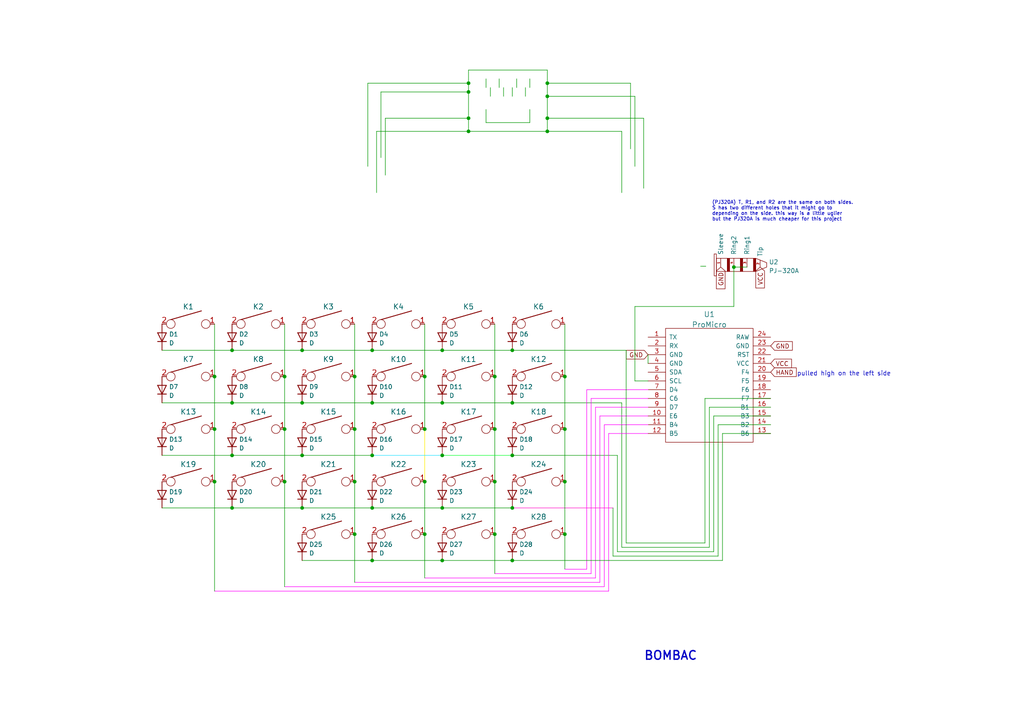
<source format=kicad_sch>
(kicad_sch (version 20211123) (generator eeschema)
  (paper "A4")
  (lib_symbols
    (symbol "Device:D" (pin_numbers hide) (pin_names (offset 1.016) hide)
      (property "Reference" "D" (at 0 2.54 0))
      (property "Value" "D" (at 0 -2.54 0))
      (symbol "D_0_1"
        (polyline (pts (xy -1.27 1.27) (xy -1.27 -1.27)) (stroke (width 0.254)))
        (polyline (pts (xy 1.27 0) (xy -1.27 0)))
        (polyline (pts (xy 1.27 1.27) (xy 1.27 -1.27) (xy -1.27 0) (xy 1.27 1.27)) (stroke (width 0.254)))
      )
      (symbol "D_1_1"
        (pin passive line (at -3.81 0 0) (length 2.54) (name "K") (number "1"))
        (pin passive line (at 3.81 0 180) (length 2.54) (name "A") (number "2"))
      )
    )
    (symbol "PJ-320A_Library:PJ-320A" (pin_names (offset 1.016))
      (property "Reference" "U" (at 0 -1.905 0))
      (property "Value" "PJ-320A" (at 0 0 0))
      (symbol "PJ-320A_0_1"
        (rectangle (start -3.175 1.27) (end 3.175 1.905))
        (rectangle (start -1.905 1.905) (end 1.905 5.08))
        (rectangle (start -1.905 5.08) (end 1.905 5.715) (fill (type outline)))
        (rectangle (start -1.905 5.715) (end 1.905 8.89))
        (rectangle (start -1.905 8.89) (end 1.905 9.525) (fill (type outline)))
        (rectangle (start -1.905 9.525) (end 1.905 12.7))
        (rectangle (start -1.905 12.7) (end 1.905 13.335) (fill (type outline)))
        (polyline (pts (xy -1.905 13.335) (xy -0.635 16.51) (xy 0.635 16.51) (xy 1.905 13.335) (xy -1.905 13.335)))
      )
      (symbol "PJ-320A_1_1"
        (pin bidirectional line (at 0.635 3.175 180) (length 2.54) (name "Sleeve") (number "1"))
        (pin bidirectional line (at 0.635 14.605 180) (length 2.0066) (name "Tip") (number "2"))
        (pin bidirectional line (at 0.635 10.795 180) (length 2.54) (name "Ring1") (number "3"))
        (pin bidirectional line (at 0.635 6.985 180) (length 2.54) (name "Ring2") (number "4"))
      )
    )
    (symbol "keyboard_parts:KEYSW" (pin_names (offset 1.016))
      (property "Reference" "K?" (at -1.27 0 0))
      (symbol "KEYSW_0_1"
        (circle (center -5.08 0) (radius 1.27))
        (polyline (pts (xy -5.08 1.27) (xy 3.81 3.81)) (stroke (width 0.254)))
        (circle (center 5.08 0) (radius 1.27))
      )
      (symbol "KEYSW_1_1"
        (pin passive line (at 7.62 0 180) (length 1.27) (name "~") (number "1"))
        (pin passive line (at -7.62 0 0) (length 1.27) (name "~") (number "2"))
      )
    )
    (symbol "promicro:ProMicro" (pin_names (offset 1.016))
      (property "Reference" "U" (at 0 24.13 0))
      (property "Value" "ProMicro" (at 0 -13.97 0))
      (symbol "ProMicro_0_1"
        (rectangle (start -12.7 21.59) (end 12.7 -11.43))
      )
      (symbol "ProMicro_1_1"
        (pin bidirectional line (at -17.78 19.05 0) (length 5.08) (name "TX") (number "1"))
        (pin bidirectional line (at -17.78 -3.81 0) (length 5.08) (name "E6") (number "10"))
        (pin bidirectional line (at -17.78 -6.35 0) (length 5.08) (name "B4") (number "11"))
        (pin bidirectional line (at -17.78 -8.89 0) (length 5.08) (name "B5") (number "12"))
        (pin bidirectional line (at 17.78 -8.89 180) (length 5.08) (name "B6") (number "13"))
        (pin bidirectional line (at 17.78 -6.35 180) (length 5.08) (name "B2") (number "14"))
        (pin bidirectional line (at 17.78 -3.81 180) (length 5.08) (name "B3") (number "15"))
        (pin bidirectional line (at 17.78 -1.27 180) (length 5.08) (name "B1") (number "16"))
        (pin bidirectional line (at 17.78 1.27 180) (length 5.08) (name "F7") (number "17"))
        (pin bidirectional line (at 17.78 3.81 180) (length 5.08) (name "F6") (number "18"))
        (pin bidirectional line (at 17.78 6.35 180) (length 5.08) (name "F5") (number "19"))
        (pin bidirectional line (at -17.78 16.51 0) (length 5.08) (name "RX") (number "2"))
        (pin bidirectional line (at 17.78 8.89 180) (length 5.08) (name "F4") (number "20"))
        (pin power_in line (at 17.78 11.43 180) (length 5.08) (name "VCC") (number "21"))
        (pin input line (at 17.78 13.97 180) (length 5.08) (name "RST") (number "22"))
        (pin power_in line (at 17.78 16.51 180) (length 5.08) (name "GND") (number "23"))
        (pin power_out line (at 17.78 19.05 180) (length 5.08) (name "RAW") (number "24"))
        (pin power_in line (at -17.78 13.97 0) (length 5.08) (name "GND") (number "3"))
        (pin power_in line (at -17.78 11.43 0) (length 5.08) (name "GND") (number "4"))
        (pin bidirectional line (at -17.78 8.89 0) (length 5.08) (name "SDA") (number "5"))
        (pin bidirectional line (at -17.78 6.35 0) (length 5.08) (name "SCL") (number "6"))
        (pin bidirectional line (at -17.78 3.81 0) (length 5.08) (name "D4") (number "7"))
        (pin bidirectional line (at -17.78 1.27 0) (length 5.08) (name "C6") (number "8"))
        (pin bidirectional line (at -17.78 -1.27 0) (length 5.08) (name "D7") (number "9"))
      )
    )
  )
  (junction (at 82.55 109.22))
  (junction (at 163.83 124.46))
  (junction (at 163.83 139.7))
  (junction (at 82.55 124.46))
  (junction (at 62.23 109.22))
  (junction (at 102.87 109.22))
  (junction (at 123.19 154.94))
  (junction (at 158.75 34.29))
  (junction (at 107.95 101.6))
  (junction (at 148.59 162.56))
  (junction (at 107.95 132.08))
  (junction (at 128.27 101.6))
  (junction (at 87.63 101.6))
  (junction (at 67.31 101.6))
  (junction (at 82.55 139.7))
  (junction (at 143.51 139.7))
  (junction (at 102.87 154.94))
  (junction (at 123.19 139.7))
  (junction (at 143.51 154.94))
  (junction (at 158.75 38.1))
  (junction (at 128.27 116.84))
  (junction (at 62.23 124.46))
  (junction (at 128.27 162.56))
  (junction (at 163.83 154.94))
  (junction (at 158.75 27.94))
  (junction (at 128.27 147.32))
  (junction (at 143.51 124.46))
  (junction (at 67.31 147.32))
  (junction (at 158.75 24.13))
  (junction (at 123.19 124.46))
  (junction (at 163.83 109.22))
  (junction (at 143.51 109.22))
  (junction (at 67.31 116.84))
  (junction (at 87.63 147.32))
  (junction (at 212.852 77.47))
  (junction (at 107.95 147.32))
  (junction (at 128.27 132.08))
  (junction (at 148.59 147.32))
  (junction (at 148.59 101.6))
  (junction (at 107.95 116.84))
  (junction (at 87.63 132.08))
  (junction (at 107.95 162.56))
  (junction (at 67.31 132.08))
  (junction (at 62.23 139.7))
  (junction (at 135.89 34.29))
  (junction (at 102.87 139.7))
  (junction (at 123.19 109.22))
  (junction (at 87.63 116.84))
  (junction (at 148.59 116.84))
  (junction (at 135.89 24.13))
  (junction (at 102.87 124.46))
  (junction (at 148.59 132.08))
  (junction (at 135.89 38.1))
  (junction (at 135.89 26.67))
  (wire (pts (xy 107.95 162.56) (xy 128.27 162.56)))
  (wire (pts (xy 135.89 38.1) (xy 109.22 38.1)))
  (wire (pts (xy 181.61 101.6) (xy 181.61 157.48)))
  (wire (pts (xy 163.83 93.98) (xy 163.83 109.22)))
  (wire (pts (xy 173.99 120.65) (xy 187.96 120.65)) (stroke (width 0) (color 255 0 252 1)))
  (wire (pts (xy 135.89 34.29) (xy 135.89 26.67)))
  (wire (pts (xy 179.07 160.02) (xy 207.01 160.02)))
  (wire (pts (xy 67.31 132.08) (xy 87.63 132.08)))
  (wire (pts (xy 107.95 116.84) (xy 128.27 116.84)))
  (wire (pts (xy 181.61 157.48) (xy 204.47 157.48)))
  (wire (pts (xy 172.72 118.11) (xy 172.72 167.64)) (stroke (width 0) (color 255 0 252 1)))
  (wire (pts (xy 158.75 34.29) (xy 186.69 34.29)))
  (wire (pts (xy 158.75 24.13) (xy 158.75 27.94)))
  (wire (pts (xy 177.8 147.32) (xy 177.8 161.29)))
  (wire (pts (xy 135.89 24.13) (xy 135.89 20.32)))
  (wire (pts (xy 146.05 25.4) (xy 146.05 27.94)))
  (wire (pts (xy 180.34 38.1) (xy 180.34 55.88)))
  (wire (pts (xy 187.96 110.49) (xy 184.15 110.49)))
  (wire (pts (xy 170.18 113.03) (xy 187.96 113.03)) (stroke (width 0) (color 255 0 252 1)))
  (wire (pts (xy 62.23 109.22) (xy 62.23 124.46)))
  (wire (pts (xy 153.67 22.86) (xy 153.67 25.4)))
  (wire (pts (xy 82.55 170.18) (xy 175.26 170.18)) (stroke (width 0) (color 255 0 252 1)))
  (wire (pts (xy 184.15 27.94) (xy 184.15 48.26)))
  (wire (pts (xy 148.59 132.08) (xy 179.07 132.08)))
  (wire (pts (xy 158.75 24.13) (xy 182.88 24.13)))
  (wire (pts (xy 142.24 25.4) (xy 142.24 27.94)))
  (wire (pts (xy 87.63 101.6) (xy 107.95 101.6)))
  (wire (pts (xy 123.19 93.98) (xy 123.19 109.22)))
  (wire (pts (xy 109.22 38.1) (xy 109.22 55.88)))
  (wire (pts (xy 148.59 147.32) (xy 177.8 147.32)) (stroke (width 0) (color 255 21 202 1)))
  (wire (pts (xy 209.55 125.73) (xy 209.55 162.56)))
  (wire (pts (xy 46.99 147.32) (xy 67.31 147.32)))
  (wire (pts (xy 153.67 31.75) (xy 153.67 35.56)))
  (wire (pts (xy 102.87 109.22) (xy 102.87 124.46)))
  (wire (pts (xy 152.4 25.4) (xy 152.4 27.94)))
  (wire (pts (xy 186.69 34.29) (xy 186.69 54.61)))
  (wire (pts (xy 87.63 147.32) (xy 107.95 147.32)))
  (wire (pts (xy 46.99 101.6) (xy 67.31 101.6)))
  (wire (pts (xy 87.63 162.56) (xy 107.95 162.56)))
  (wire (pts (xy 128.27 116.84) (xy 148.59 116.84)))
  (wire (pts (xy 158.75 34.29) (xy 158.75 38.1)))
  (wire (pts (xy 148.59 162.56) (xy 209.55 162.56)))
  (wire (pts (xy 135.89 24.13) (xy 106.68 24.13)))
  (wire (pts (xy 102.87 168.91) (xy 173.99 168.91)) (stroke (width 0) (color 255 0 252 1)))
  (wire (pts (xy 143.51 124.46) (xy 143.51 139.7)))
  (wire (pts (xy 209.55 125.73) (xy 223.52 125.73)))
  (wire (pts (xy 135.89 26.67) (xy 135.89 24.13)))
  (wire (pts (xy 212.852 88.9) (xy 212.852 77.47)))
  (wire (pts (xy 140.97 22.86) (xy 140.97 25.4)))
  (wire (pts (xy 143.51 93.98) (xy 143.51 109.22)))
  (wire (pts (xy 148.59 116.84) (xy 180.34 116.84)))
  (wire (pts (xy 135.89 34.29) (xy 111.76 34.29)))
  (wire (pts (xy 102.87 154.94) (xy 102.87 168.91)))
  (wire (pts (xy 107.95 147.32) (xy 128.27 147.32)))
  (wire (pts (xy 106.68 24.13) (xy 106.68 48.26)))
  (wire (pts (xy 175.26 123.19) (xy 187.96 123.19)) (stroke (width 0) (color 255 0 252 1)))
  (wire (pts (xy 102.87 139.7) (xy 102.87 154.94)))
  (wire (pts (xy 102.87 124.46) (xy 102.87 139.7)))
  (wire (pts (xy 87.63 116.84) (xy 107.95 116.84)))
  (wire (pts (xy 163.83 124.46) (xy 163.83 139.7)))
  (wire (pts (xy 171.45 115.57) (xy 171.45 166.37)) (stroke (width 0) (color 255 0 252 1)))
  (wire (pts (xy 158.75 27.94) (xy 158.75 34.29)))
  (wire (pts (xy 123.19 154.94) (xy 123.19 167.64)))
  (wire (pts (xy 207.01 160.02) (xy 207.01 120.65)))
  (wire (pts (xy 140.97 31.75) (xy 140.97 35.56)))
  (wire (pts (xy 212.852 77.47) (xy 216.662 77.47)))
  (wire (pts (xy 163.83 109.22) (xy 163.83 124.46)))
  (wire (pts (xy 173.99 120.65) (xy 173.99 168.91)) (stroke (width 0) (color 255 0 252 1)))
  (wire (pts (xy 205.74 158.75) (xy 205.74 118.11)))
  (wire (pts (xy 62.23 139.7) (xy 62.23 171.45)))
  (wire (pts (xy 149.86 22.86) (xy 149.86 25.4)))
  (wire (pts (xy 62.23 93.98) (xy 62.23 109.22)))
  (wire (pts (xy 205.74 118.11) (xy 223.52 118.11)))
  (wire (pts (xy 143.51 139.7) (xy 143.51 154.94)))
  (wire (pts (xy 82.55 109.22) (xy 82.55 124.46)))
  (wire (pts (xy 128.27 147.32) (xy 148.59 147.32)))
  (wire (pts (xy 148.59 101.6) (xy 181.61 101.6)))
  (wire (pts (xy 140.97 35.56) (xy 153.67 35.56)))
  (wire (pts (xy 182.88 24.13) (xy 182.88 43.18)))
  (wire (pts (xy 67.31 101.6) (xy 87.63 101.6)))
  (wire (pts (xy 82.55 139.7) (xy 82.55 170.18)))
  (wire (pts (xy 46.99 132.08) (xy 67.31 132.08)))
  (wire (pts (xy 102.87 93.98) (xy 102.87 109.22)))
  (wire (pts (xy 128.27 132.08) (xy 148.59 132.08)) (stroke (width 0) (color 0 255 39 1)))
  (wire (pts (xy 143.51 166.37) (xy 171.45 166.37)) (stroke (width 0) (color 255 0 252 1)))
  (wire (pts (xy 158.75 38.1) (xy 180.34 38.1)))
  (wire (pts (xy 207.01 120.65) (xy 223.52 120.65)))
  (wire (pts (xy 175.26 123.19) (xy 175.26 170.18)) (stroke (width 0) (color 255 0 252 1)))
  (wire (pts (xy 180.34 158.75) (xy 205.74 158.75)))
  (wire (pts (xy 128.27 101.6) (xy 148.59 101.6)))
  (wire (pts (xy 208.28 123.19) (xy 223.52 123.19)))
  (wire (pts (xy 67.31 116.84) (xy 87.63 116.84)))
  (wire (pts (xy 123.19 109.22) (xy 123.19 124.46)))
  (wire (pts (xy 107.95 101.6) (xy 128.27 101.6)))
  (wire (pts (xy 123.19 124.46) (xy 123.19 139.7)) (stroke (width 0) (color 255 237 0 1)))
  (wire (pts (xy 208.28 161.29) (xy 208.28 123.19)))
  (wire (pts (xy 163.83 139.7) (xy 163.83 154.94)))
  (wire (pts (xy 67.31 147.32) (xy 87.63 147.32)))
  (wire (pts (xy 82.55 93.98) (xy 82.55 109.22)))
  (wire (pts (xy 171.45 115.57) (xy 187.96 115.57)) (stroke (width 0) (color 255 0 252 1)))
  (wire (pts (xy 107.95 132.08) (xy 128.27 132.08)) (stroke (width 0) (color 28 224 255 1)))
  (wire (pts (xy 123.19 139.7) (xy 123.19 154.94)))
  (wire (pts (xy 135.89 38.1) (xy 135.89 34.29)))
  (wire (pts (xy 135.89 20.32) (xy 158.75 20.32)))
  (wire (pts (xy 170.18 113.03) (xy 170.18 165.1)) (stroke (width 0) (color 255 0 252 1)))
  (wire (pts (xy 163.83 154.94) (xy 163.83 165.1)))
  (wire (pts (xy 176.53 125.73) (xy 176.53 171.45)) (stroke (width 0) (color 255 0 252 1)))
  (wire (pts (xy 204.47 115.57) (xy 223.52 115.57)))
  (wire (pts (xy 62.23 171.45) (xy 176.53 171.45)) (stroke (width 0) (color 255 0 252 1)))
  (wire (pts (xy 46.99 116.84) (xy 67.31 116.84)))
  (wire (pts (xy 158.75 27.94) (xy 184.15 27.94)))
  (wire (pts (xy 176.53 125.73) (xy 187.96 125.73)) (stroke (width 0) (color 255 0 252 1)))
  (wire (pts (xy 110.49 26.67) (xy 110.49 45.72)))
  (wire (pts (xy 180.34 116.84) (xy 180.34 158.75)))
  (wire (pts (xy 187.96 102.87) (xy 187.96 105.41)))
  (wire (pts (xy 158.75 20.32) (xy 158.75 24.13)))
  (wire (pts (xy 177.8 161.29) (xy 208.28 161.29)))
  (wire (pts (xy 203.2 77.216) (xy 204.724 77.216)))
  (wire (pts (xy 82.55 124.46) (xy 82.55 139.7)))
  (wire (pts (xy 184.15 88.9) (xy 212.852 88.9)))
  (wire (pts (xy 179.07 132.08) (xy 179.07 160.02)))
  (wire (pts (xy 148.59 25.4) (xy 148.59 27.94)))
  (wire (pts (xy 143.51 109.22) (xy 143.51 124.46)))
  (wire (pts (xy 62.23 124.46) (xy 62.23 139.7)))
  (wire (pts (xy 172.72 118.11) (xy 187.96 118.11)) (stroke (width 0) (color 255 0 252 1)))
  (wire (pts (xy 135.89 26.67) (xy 110.49 26.67)))
  (wire (pts (xy 128.27 162.56) (xy 148.59 162.56)))
  (wire (pts (xy 143.51 154.94) (xy 143.51 166.37)))
  (wire (pts (xy 204.47 157.48) (xy 204.47 115.57)))
  (wire (pts (xy 111.76 34.29) (xy 111.76 50.8)))
  (wire (pts (xy 87.63 132.08) (xy 107.95 132.08)))
  (wire (pts (xy 123.19 167.64) (xy 172.72 167.64)) (stroke (width 0) (color 255 0 252 1)))
  (wire (pts (xy 163.83 165.1) (xy 170.18 165.1)) (stroke (width 0) (color 255 0 252 1)))
  (wire (pts (xy 158.75 38.1) (xy 135.89 38.1)))
  (wire (pts (xy 184.15 110.49) (xy 184.15 88.9)))
  (wire (pts (xy 144.78 22.86) (xy 144.78 25.4)))
  (text "pulled high on the left side" (at 231.14 109.22 0) (effects (font (size 1.27 1.27)) (justify left bottom)))
  (text "(PJ320A) T, R1, and R2 are the same on both sides.\nS has two different holes that it might go to\ndepending on the side. this way is a little uglier\nbut the PJ320A is much cheaper for this project" (at 206.502 64.262 0) (effects (font (size 1 1)) (justify left bottom)))
  (text "BOMBAC" (at 186.69 191.77 0) (effects (font (size 2.5 2.5) (thickness 0.4) bold) (justify left bottom)))
  (global_label "GND" (shape input) (at 187.96 102.87 180) (property "Intersheet References" "${INTERSHEET_REFS}" (effects hide)))
  (global_label "GND" (shape input) (at 223.52 100.33 0) (property "Intersheet References" "${INTERSHEET_REFS}" (effects hide)))
  (global_label "VCC" (shape input) (at 223.52 105.41 0) (property "Intersheet References" "${INTERSHEET_REFS}" (effects hide)))
  (global_label "HAND" (shape input) (at 223.52 107.95 0) (property "Intersheet References" "${INTERSHEET_REFS}" (effects hide)))
  (global_label "GND" (shape input) (at 209.042 77.47 270) (property "Intersheet References" "${INTERSHEET_REFS}" (effects hide)))
  (global_label "VCC" (shape input) (at 220.472 77.47 270) (property "Intersheet References" "${INTERSHEET_REFS}" (effects hide)))
  (symbol (lib_id "PJ-320A_Library:PJ-320A") (at 205.867 76.835 270) (unit 1)
    (property "Reference" "U2" (at 223.012 76.0003 90) (effects (justify left)))
    (property "Value" "PJ-320A" (at 223.012 78.5372 90) (effects (justify left)))
    (property "Footprint" "PJ-320A_Library:PJ-320A_S" (effects hide))
  )
  (symbol (lib_id "keyboard_parts:KEYSW") (at 54.61 124.46 0) (unit 1)
    (property "Reference" "K13" (at 54.61 119.4323 0) (effects (font (size 1.524 1.524))))
    (property "Value" "KEYSW" (effects hide))
    (property "Footprint" "keebs:Mx_Alps_100_Symmetrical" (effects hide))
  )
  (symbol (lib_id "keyboard_parts:KEYSW") (at 115.57 154.94 0) (unit 1)
    (property "Reference" "K26" (at 115.57 149.9123 0) (effects (font (size 1.524 1.524))))
    (property "Value" "KEYSW" (effects hide))
    (property "Footprint" "keebs:Mx_Alps_100_Symmetrical" (effects hide))
  )
  (symbol (lib_id "keyboard_parts:KEYSW") (at 95.25 154.94 0) (unit 1)
    (property "Reference" "K25" (at 95.25 149.9123 0) (effects (font (size 1.524 1.524))))
    (property "Value" "KEYSW" (effects hide))
    (property "Footprint" "keebs:Mx_Alps_100_Symmetrical" (effects hide))
  )
  (symbol (lib_id "Device:D") (at 128.27 143.51 90) (unit 1)
    (property "Reference" "D23" (at 130.302 142.6753 90) (effects (justify right)))
    (property "Value" "D" (at 130.302 145.2122 90) (effects (justify right)))
    (property "Footprint" "Diode_THT:D_DO-35_SOD27_P7.62mm_Horizontal" (effects hide))
  )
  (symbol (lib_id "Device:D") (at 148.59 128.27 90) (unit 1)
    (property "Reference" "D18" (at 150.622 127.4353 90) (effects (justify right)))
    (property "Value" "D" (at 150.622 129.9722 90) (effects (justify right)))
    (property "Footprint" "Diode_THT:D_DO-35_SOD27_P7.62mm_Horizontal" (effects hide))
  )
  (symbol (lib_id "keyboard_parts:KEYSW") (at 115.57 109.22 0) (unit 1)
    (property "Reference" "K10" (at 115.57 104.1923 0) (effects (font (size 1.524 1.524))))
    (property "Value" "KEYSW" (effects hide))
    (property "Footprint" "keebs:Mx_Alps_100_Symmetrical" (effects hide))
  )
  (symbol (lib_id "Device:D") (at 46.99 143.51 90) (unit 1)
    (property "Reference" "D19" (at 49.022 142.6753 90) (effects (justify right)))
    (property "Value" "D" (at 49.022 145.2122 90) (effects (justify right)))
    (property "Footprint" "Diode_THT:D_DO-35_SOD27_P7.62mm_Horizontal" (effects hide))
  )
  (symbol (lib_id "Device:D") (at 87.63 97.79 90) (unit 1)
    (property "Reference" "D3" (at 89.662 96.9553 90) (effects (justify right)))
    (property "Value" "D" (at 89.662 99.4922 90) (effects (justify right)))
    (property "Footprint" "Diode_THT:D_DO-35_SOD27_P7.62mm_Horizontal" (effects hide))
  )
  (symbol (lib_id "Device:D") (at 87.63 143.51 90) (unit 1)
    (property "Reference" "D21" (at 89.662 142.6753 90) (effects (justify right)))
    (property "Value" "D" (at 89.662 145.2122 90) (effects (justify right)))
    (property "Footprint" "Diode_THT:D_DO-35_SOD27_P7.62mm_Horizontal" (effects hide))
  )
  (symbol (lib_id "keyboard_parts:KEYSW") (at 95.25 93.98 0) (unit 1)
    (property "Reference" "K3" (at 95.25 88.9523 0) (effects (font (size 1.524 1.524))))
    (property "Value" "KEYSW" (effects hide))
    (property "Footprint" "keebs:Mx_Alps_100_Symmetrical" (effects hide))
  )
  (symbol (lib_id "Device:D") (at 148.59 97.79 90) (unit 1)
    (property "Reference" "D6" (at 150.622 96.9553 90) (effects (justify right)))
    (property "Value" "D" (at 150.622 99.4922 90) (effects (justify right)))
    (property "Footprint" "Diode_THT:D_DO-35_SOD27_P7.62mm_Horizontal" (effects hide))
  )
  (symbol (lib_id "Device:D") (at 67.31 97.79 90) (unit 1)
    (property "Reference" "D2" (at 69.342 96.9553 90) (effects (justify right)))
    (property "Value" "D" (at 69.342 99.4922 90) (effects (justify right)))
    (property "Footprint" "Diode_THT:D_DO-35_SOD27_P7.62mm_Horizontal" (effects hide))
  )
  (symbol (lib_id "keyboard_parts:KEYSW") (at 74.93 124.46 0) (unit 1)
    (property "Reference" "K14" (at 74.93 119.4323 0) (effects (font (size 1.524 1.524))))
    (property "Value" "KEYSW" (effects hide))
    (property "Footprint" "keebs:Mx_Alps_100_Symmetrical" (effects hide))
  )
  (symbol (lib_id "keyboard_parts:KEYSW") (at 74.93 139.7 0) (unit 1)
    (property "Reference" "K20" (at 74.93 134.6723 0) (effects (font (size 1.524 1.524))))
    (property "Value" "KEYSW" (effects hide))
    (property "Footprint" "keebs:Mx_Alps_100_Symmetrical" (effects hide))
  )
  (symbol (lib_id "keyboard_parts:KEYSW") (at 74.93 93.98 0) (unit 1)
    (property "Reference" "K2" (at 74.93 88.9523 0) (effects (font (size 1.524 1.524))))
    (property "Value" "KEYSW" (effects hide))
    (property "Footprint" "keebs:Mx_Alps_100_Symmetrical" (effects hide))
  )
  (symbol (lib_id "Device:D") (at 128.27 158.75 90) (unit 1)
    (property "Reference" "D27" (at 130.302 157.9153 90) (effects (justify right)))
    (property "Value" "D" (at 130.302 160.4522 90) (effects (justify right)))
    (property "Footprint" "Diode_THT:D_DO-35_SOD27_P7.62mm_Horizontal" (effects hide))
  )
  (symbol (lib_id "Device:D") (at 46.99 128.27 90) (unit 1)
    (property "Reference" "D13" (at 49.022 127.4353 90) (effects (justify right)))
    (property "Value" "D" (at 49.022 129.9722 90) (effects (justify right)))
    (property "Footprint" "Diode_THT:D_DO-35_SOD27_P7.62mm_Horizontal" (effects hide))
  )
  (symbol (lib_id "keyboard_parts:KEYSW") (at 156.21 93.98 0) (unit 1)
    (property "Reference" "K6" (at 156.21 88.9523 0) (effects (font (size 1.524 1.524))))
    (property "Value" "KEYSW" (effects hide))
    (property "Footprint" "keebs:Mx_Alps_100_Symmetrical" (effects hide))
  )
  (symbol (lib_id "Device:D") (at 46.99 113.03 90) (unit 1)
    (property "Reference" "D7" (at 49.022 112.1953 90) (effects (justify right)))
    (property "Value" "D" (at 49.022 114.7322 90) (effects (justify right)))
    (property "Footprint" "Diode_THT:D_DO-35_SOD27_P7.62mm_Horizontal" (effects hide))
  )
  (symbol (lib_id "Device:D") (at 87.63 113.03 90) (unit 1)
    (property "Reference" "D9" (at 89.662 112.1953 90) (effects (justify right)))
    (property "Value" "D" (at 89.662 114.7322 90) (effects (justify right)))
    (property "Footprint" "Diode_THT:D_DO-35_SOD27_P7.62mm_Horizontal" (effects hide))
  )
  (symbol (lib_id "Device:D") (at 148.59 143.51 90) (unit 1)
    (property "Reference" "D24" (at 150.622 142.6753 90) (effects (justify right)))
    (property "Value" "D" (at 150.622 145.2122 90) (effects (justify right)))
    (property "Footprint" "Diode_THT:D_DO-35_SOD27_P7.62mm_Horizontal" (effects hide))
  )
  (symbol (lib_id "Device:D") (at 107.95 128.27 90) (unit 1)
    (property "Reference" "D16" (at 109.982 127.4353 90) (effects (justify right)))
    (property "Value" "D" (at 109.982 129.9722 90) (effects (justify right)))
    (property "Footprint" "Diode_THT:D_DO-35_SOD27_P7.62mm_Horizontal" (effects hide))
  )
  (symbol (lib_id "keyboard_parts:KEYSW") (at 115.57 124.46 0) (unit 1)
    (property "Reference" "K16" (at 115.57 119.4323 0) (effects (font (size 1.524 1.524))))
    (property "Value" "KEYSW" (effects hide))
    (property "Footprint" "keebs:Mx_Alps_100_Symmetrical" (effects hide))
  )
  (symbol (lib_id "keyboard_parts:KEYSW") (at 156.21 109.22 0) (unit 1)
    (property "Reference" "K12" (at 156.21 104.1923 0) (effects (font (size 1.524 1.524))))
    (property "Value" "KEYSW" (effects hide))
    (property "Footprint" "keebs:Mx_Alps_100_Symmetrical" (effects hide))
  )
  (symbol (lib_id "Device:D") (at 128.27 113.03 90) (unit 1)
    (property "Reference" "D11" (at 130.302 112.1953 90) (effects (justify right)))
    (property "Value" "D" (at 130.302 114.7322 90) (effects (justify right)))
    (property "Footprint" "Diode_THT:D_DO-35_SOD27_P7.62mm_Horizontal" (effects hide))
  )
  (symbol (lib_id "keyboard_parts:KEYSW") (at 115.57 93.98 0) (unit 1)
    (property "Reference" "K4" (at 115.57 88.9523 0) (effects (font (size 1.524 1.524))))
    (property "Value" "KEYSW" (effects hide))
    (property "Footprint" "keebs:Mx_Alps_100_Symmetrical" (effects hide))
  )
  (symbol (lib_id "Device:D") (at 46.99 97.79 90) (unit 1)
    (property "Reference" "D1" (at 49.022 96.9553 90) (effects (justify right)))
    (property "Value" "D" (at 49.022 99.4922 90) (effects (justify right)))
    (property "Footprint" "Diode_THT:D_DO-35_SOD27_P7.62mm_Horizontal" (effects hide))
  )
  (symbol (lib_id "keyboard_parts:KEYSW") (at 74.93 109.22 0) (unit 1)
    (property "Reference" "K8" (at 74.93 104.1923 0) (effects (font (size 1.524 1.524))))
    (property "Value" "KEYSW" (effects hide))
    (property "Footprint" "keebs:Mx_Alps_100_Symmetrical" (effects hide))
  )
  (symbol (lib_id "keyboard_parts:KEYSW") (at 54.61 139.7 0) (unit 1)
    (property "Reference" "K19" (at 54.61 134.6723 0) (effects (font (size 1.524 1.524))))
    (property "Value" "KEYSW" (effects hide))
    (property "Footprint" "keebs:Mx_Alps_100_Symmetrical" (effects hide))
  )
  (symbol (lib_id "Device:D") (at 67.31 113.03 90) (unit 1)
    (property "Reference" "D8" (at 69.342 112.1953 90) (effects (justify right)))
    (property "Value" "D" (at 69.342 114.7322 90) (effects (justify right)))
    (property "Footprint" "Diode_THT:D_DO-35_SOD27_P7.62mm_Horizontal" (effects hide))
  )
  (symbol (lib_id "keyboard_parts:KEYSW") (at 95.25 109.22 0) (unit 1)
    (property "Reference" "K9" (at 95.25 104.1923 0) (effects (font (size 1.524 1.524))))
    (property "Value" "KEYSW" (effects hide))
    (property "Footprint" "keebs:Mx_Alps_100_Symmetrical" (effects hide))
  )
  (symbol (lib_id "keyboard_parts:KEYSW") (at 135.89 93.98 0) (unit 1)
    (property "Reference" "K5" (at 135.89 88.9523 0) (effects (font (size 1.524 1.524))))
    (property "Value" "KEYSW" (effects hide))
    (property "Footprint" "keebs:Mx_Alps_100_Symmetrical" (effects hide))
  )
  (symbol (lib_id "keyboard_parts:KEYSW") (at 156.21 154.94 0) (unit 1)
    (property "Reference" "K28" (at 156.21 149.9123 0) (effects (font (size 1.524 1.524))))
    (property "Value" "KEYSW" (effects hide))
    (property "Footprint" "keebs:Mx_Alps_150_Symmetrical" (effects hide))
  )
  (symbol (lib_id "keyboard_parts:KEYSW") (at 135.89 139.7 0) (unit 1)
    (property "Reference" "K23" (at 135.89 134.6723 0) (effects (font (size 1.524 1.524))))
    (property "Value" "KEYSW" (effects hide))
    (property "Footprint" "keebs:Mx_Alps_100_Symmetrical" (effects hide))
  )
  (symbol (lib_id "keyboard_parts:KEYSW") (at 95.25 124.46 0) (unit 1)
    (property "Reference" "K15" (at 95.25 119.4323 0) (effects (font (size 1.524 1.524))))
    (property "Value" "KEYSW" (effects hide))
    (property "Footprint" "keebs:Mx_Alps_100_Symmetrical" (effects hide))
  )
  (symbol (lib_id "Device:D") (at 128.27 128.27 90) (unit 1)
    (property "Reference" "D17" (at 130.302 127.4353 90) (effects (justify right)))
    (property "Value" "D" (at 130.302 129.9722 90) (effects (justify right)))
    (property "Footprint" "Diode_THT:D_DO-35_SOD27_P7.62mm_Horizontal" (effects hide))
  )
  (symbol (lib_id "Device:D") (at 67.31 143.51 90) (unit 1)
    (property "Reference" "D20" (at 69.342 142.6753 90) (effects (justify right)))
    (property "Value" "D" (at 69.342 145.2122 90) (effects (justify right)))
    (property "Footprint" "Diode_THT:D_DO-35_SOD27_P7.62mm_Horizontal" (effects hide))
  )
  (symbol (lib_id "Device:D") (at 107.95 158.75 90) (unit 1)
    (property "Reference" "D26" (at 109.982 157.9153 90) (effects (justify right)))
    (property "Value" "D" (at 109.982 160.4522 90) (effects (justify right)))
    (property "Footprint" "Diode_THT:D_DO-35_SOD27_P7.62mm_Horizontal" (effects hide))
  )
  (symbol (lib_id "keyboard_parts:KEYSW") (at 135.89 154.94 0) (unit 1)
    (property "Reference" "K27" (at 135.89 149.9123 0) (effects (font (size 1.524 1.524))))
    (property "Value" "KEYSW" (effects hide))
    (property "Footprint" "keebs:Mx_Alps_200_Symmetrical" (effects hide))
  )
  (symbol (lib_id "Device:D") (at 87.63 158.75 90) (unit 1)
    (property "Reference" "D25" (at 89.662 157.9153 90) (effects (justify right)))
    (property "Value" "D" (at 89.662 160.4522 90) (effects (justify right)))
    (property "Footprint" "Diode_THT:D_DO-35_SOD27_P7.62mm_Horizontal" (effects hide))
  )
  (symbol (lib_id "keyboard_parts:KEYSW") (at 54.61 109.22 0) (unit 1)
    (property "Reference" "K7" (at 54.61 104.1923 0) (effects (font (size 1.524 1.524))))
    (property "Value" "KEYSW" (effects hide))
    (property "Footprint" "keebs:Mx_Alps_100_Symmetrical" (effects hide))
  )
  (symbol (lib_id "keyboard_parts:KEYSW") (at 156.21 124.46 0) (unit 1)
    (property "Reference" "K18" (at 156.21 119.4323 0) (effects (font (size 1.524 1.524))))
    (property "Value" "KEYSW" (effects hide))
    (property "Footprint" "keebs:Mx_Alps_100_Symmetrical" (effects hide))
  )
  (symbol (lib_id "Device:D") (at 148.59 113.03 90) (unit 1)
    (property "Reference" "D12" (at 150.622 112.1953 90) (effects (justify right)))
    (property "Value" "D" (at 150.622 114.7322 90) (effects (justify right)))
    (property "Footprint" "Diode_THT:D_DO-35_SOD27_P7.62mm_Horizontal" (effects hide))
  )
  (symbol (lib_id "Device:D") (at 107.95 97.79 90) (unit 1)
    (property "Reference" "D4" (at 109.982 96.9553 90) (effects (justify right)))
    (property "Value" "D" (at 109.982 99.4922 90) (effects (justify right)))
    (property "Footprint" "Diode_THT:D_DO-35_SOD27_P7.62mm_Horizontal" (effects hide))
  )
  (symbol (lib_id "Device:D") (at 107.95 113.03 90) (unit 1)
    (property "Reference" "D10" (at 109.982 112.1953 90) (effects (justify right)))
    (property "Value" "D" (at 109.982 114.7322 90) (effects (justify right)))
    (property "Footprint" "Diode_THT:D_DO-35_SOD27_P7.62mm_Horizontal" (effects hide))
  )
  (symbol (lib_id "Device:D") (at 67.31 128.27 90) (unit 1)
    (property "Reference" "D14" (at 69.342 127.4353 90) (effects (justify right)))
    (property "Value" "D" (at 69.342 129.9722 90) (effects (justify right)))
    (property "Footprint" "Diode_THT:D_DO-35_SOD27_P7.62mm_Horizontal" (effects hide))
  )
  (symbol (lib_id "keyboard_parts:KEYSW") (at 115.57 139.7 0) (unit 1)
    (property "Reference" "K22" (at 115.57 134.6723 0) (effects (font (size 1.524 1.524))))
    (property "Value" "KEYSW" (effects hide))
    (property "Footprint" "keebs:Mx_Alps_100_Symmetrical" (effects hide))
  )
  (symbol (lib_id "promicro:ProMicro") (at 205.74 116.84 0) (unit 1)
    (property "Reference" "U1" (at 205.74 91.1659 0) (effects (font (size 1.524 1.524))))
    (property "Value" "ProMicro" (at 205.74 94.1593 0) (effects (font (size 1.524 1.524))))
    (property "Footprint" "promicro:ProMicro-NoSilk" (effects hide))
  )
  (symbol (lib_id "Device:D") (at 148.59 158.75 90) (unit 1)
    (property "Reference" "D28" (at 150.622 157.9153 90) (effects (justify right)))
    (property "Value" "D" (at 150.622 160.4522 90) (effects (justify right)))
    (property "Footprint" "Diode_THT:D_DO-35_SOD27_P7.62mm_Horizontal" (effects hide))
  )
  (symbol (lib_id "keyboard_parts:KEYSW") (at 95.25 139.7 0) (unit 1)
    (property "Reference" "K21" (at 95.25 134.6723 0) (effects (font (size 1.524 1.524))))
    (property "Value" "KEYSW" (effects hide))
    (property "Footprint" "keebs:Mx_Alps_100_Symmetrical" (effects hide))
  )
  (symbol (lib_id "keyboard_parts:KEYSW") (at 135.89 124.46 0) (unit 1)
    (property "Reference" "K17" (at 135.89 119.4323 0) (effects (font (size 1.524 1.524))))
    (property "Value" "KEYSW" (effects hide))
    (property "Footprint" "keebs:Mx_Alps_100_Symmetrical" (effects hide))
  )
  (symbol (lib_id "Device:D") (at 128.27 97.79 90) (unit 1)
    (property "Reference" "D5" (at 130.302 96.9553 90) (effects (justify right)))
    (property "Value" "D" (at 130.302 99.4922 90) (effects (justify right)))
    (property "Footprint" "Diode_THT:D_DO-35_SOD27_P7.62mm_Horizontal" (effects hide))
  )
  (symbol (lib_id "keyboard_parts:KEYSW") (at 54.61 93.98 0) (unit 1)
    (property "Reference" "K1" (at 54.61 88.9523 0) (effects (font (size 1.524 1.524))))
    (property "Value" "KEYSW" (effects hide))
    (property "Footprint" "keebs:Mx_Alps_100_Symmetrical" (effects hide))
  )
  (symbol (lib_id "Device:D") (at 87.63 128.27 90) (unit 1)
    (property "Reference" "D15" (at 89.662 127.4353 90) (effects (justify right)))
    (property "Value" "D" (at 89.662 129.9722 90) (effects (justify right)))
    (property "Footprint" "Diode_THT:D_DO-35_SOD27_P7.62mm_Horizontal" (effects hide))
  )
  (symbol (lib_id "Device:D") (at 107.95 143.51 90) (unit 1)
    (property "Reference" "D22" (at 109.982 142.6753 90) (effects (justify right)))
    (property "Value" "D" (at 109.982 145.2122 90) (effects (justify right)))
    (property "Footprint" "Diode_THT:D_DO-35_SOD27_P7.62mm_Horizontal" (effects hide))
  )
  (symbol (lib_id "keyboard_parts:KEYSW") (at 135.89 109.22 0) (unit 1)
    (property "Reference" "K11" (at 135.89 104.1923 0) (effects (font (size 1.524 1.524))))
    (property "Value" "KEYSW" (effects hide))
    (property "Footprint" "keebs:Mx_Alps_100_Symmetrical" (effects hide))
  )
  (symbol (lib_id "keyboard_parts:KEYSW") (at 156.21 139.7 0) (unit 1)
    (property "Reference" "K24" (at 156.21 134.6723 0) (effects (font (size 1.524 1.524))))
    (property "Value" "KEYSW" (effects hide))
    (property "Footprint" "keebs:Mx_Alps_100_Symmetrical" (effects hide))
  )
)
</source>
